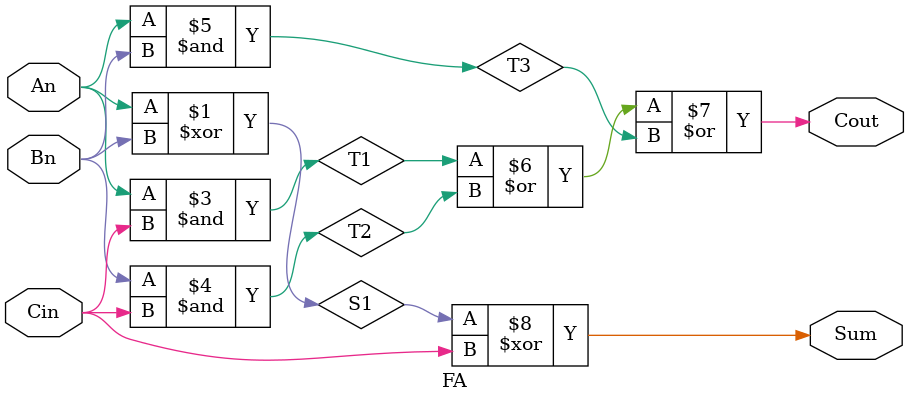
<source format=v>
module FA(An, Bn, Cin, Sum, Cout);
	input An, Bn, Cin;
	output Sum, Cout;
	reg Cout;
	reg T1, T2, T3;
	wire S1;
	xor X1(S1, An, Bn);
	always @(An or Bn or Cin)
		begin
			T1=An&Cin;
			T2=Bn&Cin;
			T3=An&Bn;
			Cout=(T1|T2)|T3;
		end
	assign Sum=S1^Cin;
endmodule

</source>
